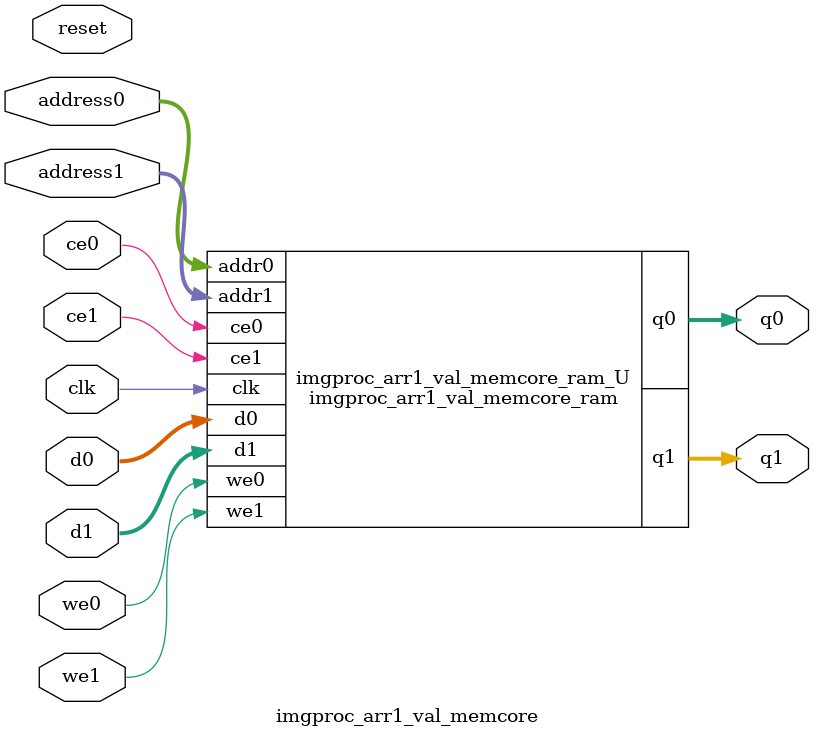
<source format=v>

`timescale 1 ns / 1 ps
module imgproc_arr1_val_memcore_ram (addr0, ce0, d0, we0, q0, addr1, ce1, d1, we1, q1,  clk);

parameter DWIDTH = 8;
parameter AWIDTH = 17;
parameter MEM_SIZE = 131072;

input[AWIDTH-1:0] addr0;
input ce0;
input[DWIDTH-1:0] d0;
input we0;
output reg[DWIDTH-1:0] q0;
input[AWIDTH-1:0] addr1;
input ce1;
input[DWIDTH-1:0] d1;
input we1;
output reg[DWIDTH-1:0] q1;
input clk;

(* ram_style = "block" *)reg [DWIDTH-1:0] ram[0:MEM_SIZE-1];




always @(posedge clk)  
begin 
    if (ce0) 
    begin
        if (we0) 
        begin 
            ram[addr0] <= d0; 
            q0 <= d0;
        end 
        else 
            q0 <= ram[addr0];
    end
end


always @(posedge clk)  
begin 
    if (ce1) 
    begin
        if (we1) 
        begin 
            ram[addr1] <= d1; 
            q1 <= d1;
        end 
        else 
            q1 <= ram[addr1];
    end
end


endmodule


`timescale 1 ns / 1 ps
module imgproc_arr1_val_memcore(
    reset,
    clk,
    address0,
    ce0,
    we0,
    d0,
    q0,
    address1,
    ce1,
    we1,
    d1,
    q1);

parameter DataWidth = 32'd8;
parameter AddressRange = 32'd131072;
parameter AddressWidth = 32'd17;
input reset;
input clk;
input[AddressWidth - 1:0] address0;
input ce0;
input we0;
input[DataWidth - 1:0] d0;
output[DataWidth - 1:0] q0;
input[AddressWidth - 1:0] address1;
input ce1;
input we1;
input[DataWidth - 1:0] d1;
output[DataWidth - 1:0] q1;



imgproc_arr1_val_memcore_ram imgproc_arr1_val_memcore_ram_U(
    .clk( clk ),
    .addr0( address0 ),
    .ce0( ce0 ),
    .we0( we0 ),
    .d0( d0 ),
    .q0( q0 ),
    .addr1( address1 ),
    .ce1( ce1 ),
    .we1( we1 ),
    .d1( d1 ),
    .q1( q1 ));

endmodule


</source>
